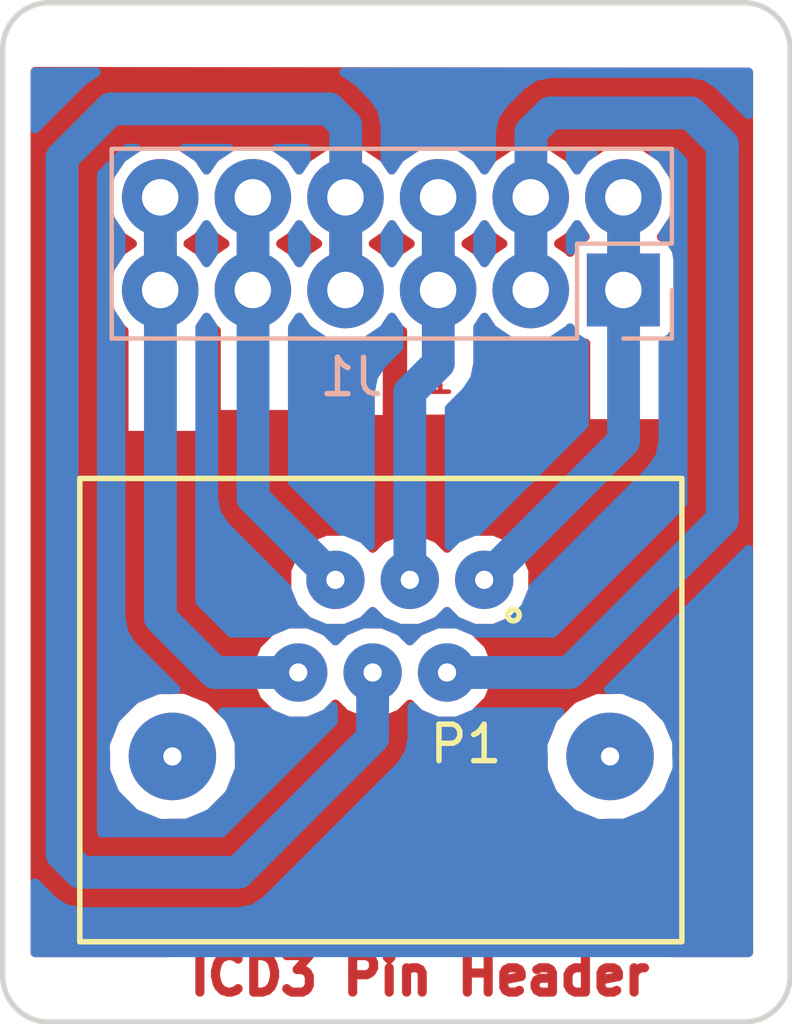
<source format=kicad_pcb>
(kicad_pcb (version 4) (host pcbnew 4.0.7)

  (general
    (links 12)
    (no_connects 0)
    (area 21.514999 16.434999 43.255001 44.525001)
    (thickness 1.6)
    (drawings 15)
    (tracks 34)
    (zones 0)
    (modules 2)
    (nets 7)
  )

  (page A4)
  (layers
    (0 F.Cu signal)
    (31 B.Cu signal)
    (32 B.Adhes user)
    (33 F.Adhes user)
    (34 B.Paste user)
    (35 F.Paste user)
    (36 B.SilkS user)
    (37 F.SilkS user)
    (38 B.Mask user)
    (39 F.Mask user)
    (40 Dwgs.User user)
    (41 Cmts.User user)
    (42 Eco1.User user)
    (43 Eco2.User user)
    (44 Edge.Cuts user)
    (45 Margin user)
    (46 B.CrtYd user)
    (47 F.CrtYd user)
    (48 B.Fab user)
    (49 F.Fab user)
  )

  (setup
    (last_trace_width 0.25)
    (user_trace_width 0.3)
    (user_trace_width 0.5)
    (user_trace_width 0.9)
    (user_trace_width 1)
    (user_trace_width 5)
    (user_trace_width 6)
    (user_trace_width 7)
    (user_trace_width 9)
    (trace_clearance 0.2)
    (zone_clearance 0.508)
    (zone_45_only no)
    (trace_min 0.2)
    (segment_width 0.2)
    (edge_width 0.15)
    (via_size 0.6)
    (via_drill 0.4)
    (via_min_size 0.4)
    (via_min_drill 0.3)
    (uvia_size 0.3)
    (uvia_drill 0.1)
    (uvias_allowed no)
    (uvia_min_size 0.2)
    (uvia_min_drill 0.1)
    (pcb_text_width 0.3)
    (pcb_text_size 1.5 1.5)
    (mod_edge_width 0.15)
    (mod_text_size 1 1)
    (mod_text_width 0.15)
    (pad_size 1.6 1.6)
    (pad_drill 0.5)
    (pad_to_mask_clearance 0.2)
    (aux_axis_origin 44.45 16.51)
    (visible_elements 7FFFFFFF)
    (pcbplotparams
      (layerselection 0x310f0_80000001)
      (usegerberextensions true)
      (usegerberattributes true)
      (excludeedgelayer true)
      (linewidth 0.100000)
      (plotframeref false)
      (viasonmask false)
      (mode 1)
      (useauxorigin true)
      (hpglpennumber 1)
      (hpglpenspeed 20)
      (hpglpendiameter 15)
      (hpglpenoverlay 2)
      (psnegative false)
      (psa4output false)
      (plotreference false)
      (plotvalue false)
      (plotinvisibletext false)
      (padsonsilk false)
      (subtractmaskfromsilk false)
      (outputformat 1)
      (mirror false)
      (drillshape 0)
      (scaleselection 1)
      (outputdirectory ../gerber/))
  )

  (net 0 "")
  (net 1 pin5)
  (net 2 pin6)
  (net 3 pin4)
  (net 4 pin3)
  (net 5 pin2)
  (net 6 pin1)

  (net_class Default "This is the default net class."
    (clearance 0.2)
    (trace_width 0.25)
    (via_dia 0.6)
    (via_drill 0.4)
    (uvia_dia 0.3)
    (uvia_drill 0.1)
    (add_net pin1)
    (add_net pin2)
    (add_net pin3)
    (add_net pin4)
    (add_net pin5)
    (add_net pin6)
  )

  (module rj12connector:myRJ12 (layer F.Cu) (tedit 59D61294) (tstamp 59CCDEB6)
    (at 29.6926 34.86912)
    (path /59CCD932)
    (fp_text reference P1 (at 4.5974 1.96088) (layer F.SilkS)
      (effects (font (size 1 1) (thickness 0.15)))
    )
    (fp_text value RJ12_Housing (at 4.5974 4.50088) (layer F.Fab)
      (effects (font (size 1 1) (thickness 0.15)))
    )
    (fp_line (start -5.99 -5.32) (end -5.99 7.38) (layer F.SilkS) (width 0.15))
    (fp_line (start -5.99 7.38) (end 10.52 7.38) (layer F.SilkS) (width 0.15))
    (fp_line (start 10.52 7.38) (end 10.52 -5.32) (layer F.SilkS) (width 0.15))
    (fp_line (start 10.52 -5.32) (end -5.99 -5.32) (layer F.SilkS) (width 0.15))
    (fp_circle (center 5.9 -1.575) (end 6 -1.7) (layer F.SilkS) (width 0.15))
    (pad "" np_thru_hole circle (at 8.55 2.3) (size 2.4 2.4) (drill 0.5) (layers *.Cu *.Mask))
    (pad "" np_thru_hole circle (at -3.45 2.3) (size 2.4 2.4) (drill 0.5) (layers *.Cu *.Mask))
    (pad 1 thru_hole circle (at 5.1 -2.54) (size 1.6 1.6) (drill 0.5) (layers *.Cu *.Mask)
      (net 6 pin1))
    (pad 3 thru_hole circle (at 3.06 -2.54) (size 1.6 1.6) (drill 0.5) (layers *.Cu *.Mask)
      (net 4 pin3))
    (pad 5 thru_hole circle (at 1.02 -2.54) (size 1.6 1.6) (drill 0.5) (layers *.Cu *.Mask)
      (net 1 pin5))
    (pad 2 thru_hole circle (at 4.08 0) (size 1.6 1.6) (drill 0.5) (layers *.Cu *.Mask)
      (net 5 pin2))
    (pad 4 thru_hole circle (at 2.04 0) (size 1.6 1.6) (drill 0.5) (layers *.Cu *.Mask)
      (net 3 pin4))
    (pad 6 thru_hole circle (at 0 0) (size 1.6 1.6) (drill 0.5) (layers *.Cu *.Mask)
      (net 2 pin6))
  )

  (module Pin_Headers:Pin_Header_Straight_2x06_Pitch2.54mm (layer B.Cu) (tedit 59D61242) (tstamp 59CCDED4)
    (at 38.608 24.384 90)
    (descr "Through hole straight pin header, 2x06, 2.54mm pitch, double rows")
    (tags "Through hole pin header THT 2x06 2.54mm double row")
    (path /59CCD3BF)
    (fp_text reference J1 (at -2.386 -7.458 360) (layer B.SilkS)
      (effects (font (size 1 1) (thickness 0.15)) (justify mirror))
    )
    (fp_text value Conn_02x06_Top_Bottom (at 6.604 -5.588 180) (layer B.Fab) hide
      (effects (font (size 1 1) (thickness 0.15)) (justify mirror))
    )
    (fp_line (start 0 1.27) (end 3.81 1.27) (layer B.Fab) (width 0.1))
    (fp_line (start 3.81 1.27) (end 3.81 -13.97) (layer B.Fab) (width 0.1))
    (fp_line (start 3.81 -13.97) (end -1.27 -13.97) (layer B.Fab) (width 0.1))
    (fp_line (start -1.27 -13.97) (end -1.27 0) (layer B.Fab) (width 0.1))
    (fp_line (start -1.27 0) (end 0 1.27) (layer B.Fab) (width 0.1))
    (fp_line (start -1.33 -14.03) (end 3.87 -14.03) (layer B.SilkS) (width 0.12))
    (fp_line (start -1.33 -1.27) (end -1.33 -14.03) (layer B.SilkS) (width 0.12))
    (fp_line (start 3.87 1.33) (end 3.87 -14.03) (layer B.SilkS) (width 0.12))
    (fp_line (start -1.33 -1.27) (end 1.27 -1.27) (layer B.SilkS) (width 0.12))
    (fp_line (start 1.27 -1.27) (end 1.27 1.33) (layer B.SilkS) (width 0.12))
    (fp_line (start 1.27 1.33) (end 3.87 1.33) (layer B.SilkS) (width 0.12))
    (fp_line (start -1.33 0) (end -1.33 1.33) (layer B.SilkS) (width 0.12))
    (fp_line (start -1.33 1.33) (end 0 1.33) (layer B.SilkS) (width 0.12))
    (fp_line (start -1.8 1.8) (end -1.8 -14.5) (layer B.CrtYd) (width 0.05))
    (fp_line (start -1.8 -14.5) (end 4.35 -14.5) (layer B.CrtYd) (width 0.05))
    (fp_line (start 4.35 -14.5) (end 4.35 1.8) (layer B.CrtYd) (width 0.05))
    (fp_line (start 4.35 1.8) (end -1.8 1.8) (layer B.CrtYd) (width 0.05))
    (fp_text user %R (at 1.27 -6.35 360) (layer B.Fab)
      (effects (font (size 1 1) (thickness 0.15)) (justify mirror))
    )
    (pad 1 thru_hole rect (at 0 0 90) (size 2 2) (drill 1) (layers *.Cu *.Mask)
      (net 6 pin1))
    (pad 7 thru_hole oval (at 2.54 0 90) (size 2.1 2.1) (drill 1) (layers *.Cu *.Mask)
      (net 6 pin1))
    (pad 2 thru_hole oval (at 0 -2.54 90) (size 2.1 2.1) (drill 1) (layers *.Cu *.Mask)
      (net 5 pin2))
    (pad 8 thru_hole oval (at 2.54 -2.54 90) (size 2.1 2.1) (drill 1) (layers *.Cu *.Mask)
      (net 5 pin2))
    (pad 3 thru_hole oval (at 0 -5.08 90) (size 2.1 2.1) (drill 1) (layers *.Cu *.Mask)
      (net 4 pin3))
    (pad 9 thru_hole oval (at 2.54 -5.08 90) (size 2.1 2.1) (drill 1) (layers *.Cu *.Mask)
      (net 4 pin3))
    (pad 4 thru_hole oval (at 0 -7.62 90) (size 2.1 2.1) (drill 1) (layers *.Cu *.Mask)
      (net 3 pin4))
    (pad 10 thru_hole oval (at 2.54 -7.62 90) (size 2.1 2.1) (drill 1) (layers *.Cu *.Mask)
      (net 3 pin4))
    (pad 5 thru_hole oval (at 0 -10.16 90) (size 2.1 2.1) (drill 1) (layers *.Cu *.Mask)
      (net 1 pin5))
    (pad 11 thru_hole oval (at 2.54 -10.16 90) (size 2.1 2.1) (drill 1) (layers *.Cu *.Mask)
      (net 1 pin5))
    (pad 6 thru_hole oval (at 0 -12.7 90) (size 2.1 2.1) (drill 1) (layers *.Cu *.Mask)
      (net 2 pin6))
    (pad 12 thru_hole oval (at 2.54 -12.7 90) (size 2.1 2.1) (drill 1) (layers *.Cu *.Mask)
      (net 2 pin6))
    (model ${KISYS3DMOD}/Pin_Headers.3dshapes/Pin_Header_Straight_2x06_Pitch2.54mm.wrl
      (at (xyz 0 0 0))
      (scale (xyz 1 1 1))
      (rotate (xyz 0 0 0))
    )
  )

  (gr_text MCLR (at 25.96 26.75 90) (layer F.Cu)
    (effects (font (size 0.5 0.5) (thickness 0.125)))
  )
  (gr_text VDD (at 28.49 26.45 90) (layer F.Cu)
    (effects (font (size 0.5 0.5) (thickness 0.125)))
  )
  (gr_text GND (at 31.04 26.54 90) (layer F.Cu)
    (effects (font (size 0.5 0.5) (thickness 0.125)))
  )
  (gr_text PGD (at 33.6 26.54 90) (layer F.Cu)
    (effects (font (size 0.5 0.5) (thickness 0.125)))
  )
  (gr_text PGC (at 36.22 26.63 90) (layer F.Cu)
    (effects (font (size 0.5 0.5) (thickness 0.125)))
  )
  (gr_text PGM (at 38.62 26.63 90) (layer F.Cu)
    (effects (font (size 0.5 0.5) (thickness 0.125)))
  )
  (gr_text "ICD3 Pin Header" (at 33.02 43.18) (layer F.Cu)
    (effects (font (size 1 1) (thickness 0.25)))
  )
  (gr_line (start 22.86 44.45) (end 41.91 44.45) (angle 90) (layer Edge.Cuts) (width 0.15))
  (gr_line (start 21.59 17.78) (end 21.59 43.18) (angle 90) (layer Edge.Cuts) (width 0.15))
  (gr_line (start 41.91 16.51) (end 22.86 16.51) (angle 90) (layer Edge.Cuts) (width 0.15))
  (gr_line (start 43.18 43.18) (end 43.18 17.78) (angle 90) (layer Edge.Cuts) (width 0.15))
  (gr_arc (start 41.91 43.18) (end 43.18 43.18) (angle 90) (layer Edge.Cuts) (width 0.15))
  (gr_arc (start 22.86 43.18) (end 22.86 44.45) (angle 90) (layer Edge.Cuts) (width 0.15))
  (gr_arc (start 41.91 17.78) (end 41.91 16.51) (angle 90) (layer Edge.Cuts) (width 0.15))
  (gr_arc (start 22.86 17.78) (end 21.59 17.78) (angle 90) (layer Edge.Cuts) (width 0.15))

  (segment (start 28.45308 22.15642) (end 28.45308 24.69642) (width 0.9) (layer B.Cu) (net 1))
  (segment (start 30.7126 32.32912) (end 30.69082 32.32912) (width 0.9) (layer F.Cu) (net 1))
  (segment (start 30.69082 32.32912) (end 28.45308 30.09138) (width 0.9) (layer B.Cu) (net 1) (tstamp 59CCE157))
  (segment (start 28.45308 30.09138) (end 28.45308 22.15642) (width 0.9) (layer B.Cu) (net 1) (tstamp 59CCE158))
  (segment (start 25.91308 22.15642) (end 25.91308 24.69642) (width 0.9) (layer B.Cu) (net 2))
  (segment (start 29.6926 34.86912) (end 27.40914 34.86912) (width 0.9) (layer B.Cu) (net 2))
  (segment (start 25.91308 33.37306) (end 25.91308 22.15642) (width 0.9) (layer B.Cu) (net 2) (tstamp 59CCE140))
  (segment (start 27.40914 34.86912) (end 25.91308 33.37306) (width 0.9) (layer B.Cu) (net 2) (tstamp 59CCE13F))
  (segment (start 30.99308 22.15642) (end 30.99308 24.69642) (width 0.9) (layer B.Cu) (net 3))
  (segment (start 31.7326 34.86912) (end 31.7326 36.66452) (width 0.9) (layer B.Cu) (net 3))
  (segment (start 30.99308 19.87296) (end 30.99308 24.69642) (width 0.9) (layer B.Cu) (net 3) (tstamp 59CCE153))
  (segment (start 30.53842 19.4183) (end 30.99308 19.87296) (width 0.9) (layer B.Cu) (net 3) (tstamp 59CCE152))
  (segment (start 24.55926 19.4183) (end 30.53842 19.4183) (width 0.9) (layer B.Cu) (net 3) (tstamp 59CCE151))
  (segment (start 23.21814 20.75942) (end 24.55926 19.4183) (width 0.9) (layer B.Cu) (net 3) (tstamp 59CCE150))
  (segment (start 23.21814 39.84244) (end 23.21814 20.75942) (width 0.9) (layer B.Cu) (net 3) (tstamp 59CCE14F))
  (segment (start 23.72106 40.34536) (end 23.21814 39.84244) (width 0.9) (layer B.Cu) (net 3) (tstamp 59CCE14E))
  (segment (start 28.05176 40.34536) (end 23.72106 40.34536) (width 0.9) (layer B.Cu) (net 3) (tstamp 59CCE14C))
  (segment (start 31.7326 36.66452) (end 28.05176 40.34536) (width 0.9) (layer B.Cu) (net 3) (tstamp 59CCE14B))
  (segment (start 33.53308 22.15642) (end 33.53308 24.69642) (width 0.9) (layer B.Cu) (net 4))
  (segment (start 32.7526 32.32912) (end 32.7526 27.1787) (width 0.9) (layer B.Cu) (net 4))
  (segment (start 33.53308 26.39822) (end 33.53308 22.15642) (width 0.9) (layer B.Cu) (net 4) (tstamp 59CCE137))
  (segment (start 32.7526 27.1787) (end 33.53308 26.39822) (width 0.9) (layer B.Cu) (net 4) (tstamp 59CCE136))
  (segment (start 36.07308 22.15642) (end 36.07308 24.69642) (width 0.9) (layer B.Cu) (net 5))
  (segment (start 33.7726 34.86912) (end 37.13226 34.86912) (width 0.9) (layer B.Cu) (net 5))
  (segment (start 36.07308 20.05838) (end 36.07308 24.69642) (width 0.9) (layer B.Cu) (net 5) (tstamp 59CCE132))
  (segment (start 36.6014 19.53006) (end 36.07308 20.05838) (width 0.9) (layer B.Cu) (net 5) (tstamp 59CCE131))
  (segment (start 40.45712 19.53006) (end 36.6014 19.53006) (width 0.9) (layer B.Cu) (net 5) (tstamp 59CCE130))
  (segment (start 41.32326 20.3962) (end 40.45712 19.53006) (width 0.9) (layer B.Cu) (net 5) (tstamp 59CCE12F))
  (segment (start 41.32326 30.67812) (end 41.32326 20.3962) (width 0.9) (layer B.Cu) (net 5) (tstamp 59CCE12D))
  (segment (start 37.13226 34.86912) (end 41.32326 30.67812) (width 0.9) (layer B.Cu) (net 5) (tstamp 59CCE12C))
  (segment (start 38.61308 22.15642) (end 38.61308 24.69642) (width 0.9) (layer B.Cu) (net 6))
  (segment (start 34.7926 32.32912) (end 34.8107 32.32912) (width 0.25) (layer F.Cu) (net 6))
  (segment (start 34.8107 32.32912) (end 38.61308 28.52674) (width 0.9) (layer B.Cu) (net 6) (tstamp 59CCE126))
  (segment (start 38.61308 28.52674) (end 38.61308 22.15642) (width 0.9) (layer B.Cu) (net 6) (tstamp 59CCE127))

  (zone (net 0) (net_name "") (layer B.Cu) (tstamp 0) (hatch edge 0.508)
    (connect_pads (clearance 0.508))
    (min_thickness 0.254)
    (fill yes (arc_segments 16) (thermal_gap 0.508) (thermal_bridge_width 0.508))
    (polygon
      (pts
        (xy 22.352 18.288) (xy 42.164 18.288) (xy 42.164 42.672) (xy 22.352 42.672)
      )
    )
    (filled_polygon
      (pts
        (xy 42.037 42.545) (xy 22.479 42.545) (xy 22.479 40.637722) (xy 22.953849 41.112571) (xy 23.305848 41.347769)
        (xy 23.72106 41.43036) (xy 28.05176 41.43036) (xy 28.466972 41.347769) (xy 28.818971 41.112571) (xy 32.499811 37.431731)
        (xy 32.73501 37.079731) (xy 32.8176 36.66452) (xy 32.8176 35.802077) (xy 33.015396 36.000218) (xy 33.505887 36.203888)
        (xy 34.036983 36.204351) (xy 34.527829 36.001538) (xy 34.57533 35.95412) (xy 36.862373 35.95412) (xy 36.68787 36.128319)
        (xy 36.670953 36.169059) (xy 36.657812 36.174685) (xy 36.537498 36.490455) (xy 36.407919 36.802515) (xy 36.407894 36.830605)
        (xy 36.397893 36.856854) (xy 36.407577 37.19462) (xy 36.407282 37.532523) (xy 36.418009 37.558484) (xy 36.418814 37.586563)
        (xy 36.657812 38.163555) (xy 36.670212 38.168864) (xy 36.686055 38.207206) (xy 37.201799 38.72385) (xy 37.242539 38.740767)
        (xy 37.248165 38.753908) (xy 37.563935 38.874222) (xy 37.875995 39.003801) (xy 37.904085 39.003826) (xy 37.930334 39.013827)
        (xy 38.2681 39.004143) (xy 38.606003 39.004438) (xy 38.631964 38.993711) (xy 38.660043 38.992906) (xy 39.237035 38.753908)
        (xy 39.242344 38.741508) (xy 39.280686 38.725665) (xy 39.79733 38.209921) (xy 39.814247 38.169181) (xy 39.827388 38.163555)
        (xy 39.947702 37.847785) (xy 40.077281 37.535725) (xy 40.077306 37.507635) (xy 40.087307 37.481386) (xy 40.077623 37.14362)
        (xy 40.077918 36.805717) (xy 40.067191 36.779756) (xy 40.066386 36.751677) (xy 39.827388 36.174685) (xy 39.814988 36.169376)
        (xy 39.799145 36.131034) (xy 39.283401 35.61439) (xy 39.242661 35.597473) (xy 39.237035 35.584332) (xy 38.921265 35.464018)
        (xy 38.609205 35.334439) (xy 38.581115 35.334414) (xy 38.554866 35.324413) (xy 38.2171 35.334097) (xy 38.201719 35.334083)
        (xy 42.037 31.498802)
      )
    )
    (filled_polygon
      (pts
        (xy 24.857946 20.764853) (xy 24.536039 21.246622) (xy 24.423 21.814907) (xy 24.423 21.873093) (xy 24.536039 22.441378)
        (xy 24.82808 22.878449) (xy 24.82808 23.349551) (xy 24.536039 23.786622) (xy 24.423 24.354907) (xy 24.423 24.413093)
        (xy 24.536039 24.981378) (xy 24.82808 25.418449) (xy 24.82808 33.37306) (xy 24.910671 33.788272) (xy 25.145869 34.140271)
        (xy 26.336278 35.33068) (xy 26.2171 35.334097) (xy 25.879197 35.333802) (xy 25.853236 35.344529) (xy 25.825157 35.345334)
        (xy 25.248165 35.584332) (xy 25.242856 35.596732) (xy 25.204514 35.612575) (xy 24.68787 36.128319) (xy 24.670953 36.169059)
        (xy 24.657812 36.174685) (xy 24.537498 36.490455) (xy 24.407919 36.802515) (xy 24.407894 36.830605) (xy 24.397893 36.856854)
        (xy 24.407577 37.19462) (xy 24.407282 37.532523) (xy 24.418009 37.558484) (xy 24.418814 37.586563) (xy 24.657812 38.163555)
        (xy 24.670212 38.168864) (xy 24.686055 38.207206) (xy 25.201799 38.72385) (xy 25.242539 38.740767) (xy 25.248165 38.753908)
        (xy 25.563935 38.874222) (xy 25.875995 39.003801) (xy 25.904085 39.003826) (xy 25.930334 39.013827) (xy 26.2681 39.004143)
        (xy 26.606003 39.004438) (xy 26.631964 38.993711) (xy 26.660043 38.992906) (xy 27.237035 38.753908) (xy 27.242344 38.741508)
        (xy 27.280686 38.725665) (xy 27.79733 38.209921) (xy 27.814247 38.169181) (xy 27.827388 38.163555) (xy 27.947702 37.847785)
        (xy 28.077281 37.535725) (xy 28.077306 37.507635) (xy 28.087307 37.481386) (xy 28.077623 37.14362) (xy 28.077918 36.805717)
        (xy 28.067191 36.779756) (xy 28.066386 36.751677) (xy 27.827388 36.174685) (xy 27.814988 36.169376) (xy 27.799145 36.131034)
        (xy 27.622539 35.95412) (xy 28.889378 35.95412) (xy 28.935396 36.000218) (xy 29.425887 36.203888) (xy 29.956983 36.204351)
        (xy 30.447829 36.001538) (xy 30.6476 35.802115) (xy 30.6476 36.215098) (xy 27.602338 39.26036) (xy 24.30314 39.26036)
        (xy 24.30314 21.208842) (xy 25.008682 20.5033) (xy 25.249389 20.5033)
      )
    )
    (filled_polygon
      (pts
        (xy 40.23826 20.845622) (xy 40.23826 30.228698) (xy 36.682838 33.78412) (xy 34.575822 33.78412) (xy 34.529804 33.738022)
        (xy 34.039313 33.534352) (xy 33.508217 33.533889) (xy 33.017371 33.736702) (xy 32.752467 34.001144) (xy 32.489804 33.738022)
        (xy 31.999313 33.534352) (xy 31.468217 33.533889) (xy 30.977371 33.736702) (xy 30.712467 34.001144) (xy 30.449804 33.738022)
        (xy 29.959313 33.534352) (xy 29.428217 33.533889) (xy 28.937371 33.736702) (xy 28.88987 33.78412) (xy 27.858562 33.78412)
        (xy 26.99808 32.923638) (xy 26.99808 25.403244) (xy 27.178 25.133974) (xy 27.36808 25.418449) (xy 27.36808 30.09138)
        (xy 27.450671 30.506592) (xy 27.685869 30.858591) (xy 29.377407 32.550129) (xy 29.377369 32.593503) (xy 29.580182 33.084349)
        (xy 29.955396 33.460218) (xy 30.445887 33.663888) (xy 30.976983 33.664351) (xy 31.467829 33.461538) (xy 31.732733 33.197096)
        (xy 31.995396 33.460218) (xy 32.485887 33.663888) (xy 33.016983 33.664351) (xy 33.507829 33.461538) (xy 33.772733 33.197096)
        (xy 34.035396 33.460218) (xy 34.525887 33.663888) (xy 35.056983 33.664351) (xy 35.547829 33.461538) (xy 35.923698 33.086324)
        (xy 36.127368 32.595833) (xy 36.127411 32.546831) (xy 39.380291 29.293951) (xy 39.517254 29.088971) (xy 39.615489 28.941952)
        (xy 39.69808 28.52674) (xy 39.69808 25.834097) (xy 39.909441 25.69809) (xy 40.054431 25.48589) (xy 40.10544 25.234)
        (xy 40.10544 23.534) (xy 40.061162 23.298683) (xy 39.92209 23.082559) (xy 39.70989 22.937569) (xy 39.69808 22.935177)
        (xy 39.69808 22.863244) (xy 39.979961 22.441378) (xy 40.093 21.873093) (xy 40.093 21.814907) (xy 39.979961 21.246622)
        (xy 39.658054 20.764853) (xy 39.433872 20.61506) (xy 40.007698 20.61506)
      )
    )
    (filled_polygon
      (pts
        (xy 32.44808 25.418449) (xy 32.44808 25.948798) (xy 31.985389 26.411489) (xy 31.750191 26.763488) (xy 31.6676 27.1787)
        (xy 31.6676 31.396163) (xy 31.469804 31.198022) (xy 30.979313 30.994352) (xy 30.890396 30.994274) (xy 29.53808 29.641958)
        (xy 29.53808 25.403244) (xy 29.718 25.133974) (xy 29.937946 25.463147) (xy 30.419715 25.785054) (xy 30.988 25.898093)
        (xy 31.556285 25.785054) (xy 32.038054 25.463147) (xy 32.258 25.133974)
      )
    )
    (filled_polygon
      (pts
        (xy 35.017946 25.463147) (xy 35.499715 25.785054) (xy 36.068 25.898093) (xy 36.636285 25.785054) (xy 37.118054 25.463147)
        (xy 37.14585 25.421548) (xy 37.154838 25.469317) (xy 37.29391 25.685441) (xy 37.50611 25.830431) (xy 37.52808 25.83488)
        (xy 37.52808 28.077318) (xy 34.611436 30.993962) (xy 34.528217 30.993889) (xy 34.037371 31.196702) (xy 33.8376 31.396125)
        (xy 33.8376 27.628122) (xy 34.300291 27.165431) (xy 34.535489 26.813432) (xy 34.61808 26.39822) (xy 34.61808 25.403244)
        (xy 34.798 25.133974)
      )
    )
    (filled_polygon
      (pts
        (xy 32.44808 22.878449) (xy 32.44808 23.349551) (xy 32.258 23.634026) (xy 32.07808 23.364756) (xy 32.07808 22.863244)
        (xy 32.258 22.593974)
      )
    )
    (filled_polygon
      (pts
        (xy 34.98808 22.878449) (xy 34.98808 23.349551) (xy 34.798 23.634026) (xy 34.61808 23.364756) (xy 34.61808 22.863244)
        (xy 34.798 22.593974)
      )
    )
    (filled_polygon
      (pts
        (xy 29.90808 22.878449) (xy 29.90808 23.349551) (xy 29.718 23.634026) (xy 29.53808 23.364756) (xy 29.53808 22.863244)
        (xy 29.718 22.593974)
      )
    )
    (filled_polygon
      (pts
        (xy 27.36808 22.878449) (xy 27.36808 23.349551) (xy 27.178 23.634026) (xy 26.99808 23.364756) (xy 26.99808 22.863244)
        (xy 27.178 22.593974)
      )
    )
    (filled_polygon
      (pts
        (xy 37.52808 22.878449) (xy 37.52808 22.929822) (xy 37.522683 22.930838) (xy 37.306559 23.06991) (xy 37.161569 23.28211)
        (xy 37.15808 23.299339) (xy 37.15808 22.863244) (xy 37.338 22.593974)
      )
    )
    (filled_polygon
      (pts
        (xy 42.037 19.575518) (xy 41.224331 18.762849) (xy 41.05707 18.651089) (xy 40.872332 18.527651) (xy 40.45712 18.44506)
        (xy 36.6014 18.44506) (xy 36.186188 18.527651) (xy 36.00145 18.651089) (xy 35.834189 18.762849) (xy 35.305869 19.291169)
        (xy 35.070671 19.643168) (xy 34.98808 20.05838) (xy 34.98808 20.809551) (xy 34.798 21.094026) (xy 34.578054 20.764853)
        (xy 34.096285 20.442946) (xy 33.528 20.329907) (xy 32.959715 20.442946) (xy 32.477946 20.764853) (xy 32.258 21.094026)
        (xy 32.07808 20.824756) (xy 32.07808 19.87296) (xy 31.995489 19.457748) (xy 31.760291 19.105749) (xy 31.305631 18.651089)
        (xy 30.953632 18.415891) (xy 30.949153 18.415) (xy 42.037 18.415)
      )
    )
    (filled_polygon
      (pts
        (xy 27.397946 20.764853) (xy 27.178 21.094026) (xy 26.958054 20.764853) (xy 26.566611 20.5033) (xy 27.789389 20.5033)
      )
    )
    (filled_polygon
      (pts
        (xy 29.90808 20.809551) (xy 29.718 21.094026) (xy 29.498054 20.764853) (xy 29.106611 20.5033) (xy 29.90808 20.5033)
      )
    )
    (filled_polygon
      (pts
        (xy 37.557946 20.764853) (xy 37.338 21.094026) (xy 37.15808 20.824756) (xy 37.15808 20.61506) (xy 37.782128 20.61506)
      )
    )
    (filled_polygon
      (pts
        (xy 24.144048 18.415891) (xy 23.792049 18.651089) (xy 22.479 19.964138) (xy 22.479 18.415) (xy 24.148527 18.415)
      )
    )
  )
  (zone (net 0) (net_name "") (layer F.Cu) (tstamp 0) (hatch edge 0.508)
    (connect_pads (clearance 0.508))
    (min_thickness 0.254)
    (fill yes (arc_segments 16) (thermal_gap 0.508) (thermal_bridge_width 0.508))
    (polygon
      (pts
        (xy 22.28 18.27) (xy 42.164 18.288) (xy 42.164 42.672) (xy 22.352 42.672) (xy 22.352 18.288)
        (xy 22.352 18.288)
      )
    )
    (filled_polygon
      (pts
        (xy 42.037 18.414885) (xy 42.037 42.545) (xy 39.916905 42.545) (xy 39.916905 41.72) (xy 26.123095 41.72)
        (xy 26.123095 42.545) (xy 22.479 42.545) (xy 22.479 36.856854) (xy 24.397893 36.856854) (xy 24.407577 37.19462)
        (xy 24.407282 37.532523) (xy 24.418009 37.558484) (xy 24.418814 37.586563) (xy 24.657812 38.163555) (xy 24.670212 38.168864)
        (xy 24.686055 38.207206) (xy 25.201799 38.72385) (xy 25.242539 38.740767) (xy 25.248165 38.753908) (xy 25.563935 38.874222)
        (xy 25.875995 39.003801) (xy 25.904085 39.003826) (xy 25.930334 39.013827) (xy 26.2681 39.004143) (xy 26.606003 39.004438)
        (xy 26.631964 38.993711) (xy 26.660043 38.992906) (xy 27.237035 38.753908) (xy 27.242344 38.741508) (xy 27.280686 38.725665)
        (xy 27.79733 38.209921) (xy 27.814247 38.169181) (xy 27.827388 38.163555) (xy 27.947702 37.847785) (xy 28.077281 37.535725)
        (xy 28.077306 37.507635) (xy 28.087307 37.481386) (xy 28.077623 37.14362) (xy 28.077873 36.856854) (xy 36.397893 36.856854)
        (xy 36.407577 37.19462) (xy 36.407282 37.532523) (xy 36.418009 37.558484) (xy 36.418814 37.586563) (xy 36.657812 38.163555)
        (xy 36.670212 38.168864) (xy 36.686055 38.207206) (xy 37.201799 38.72385) (xy 37.242539 38.740767) (xy 37.248165 38.753908)
        (xy 37.563935 38.874222) (xy 37.875995 39.003801) (xy 37.904085 39.003826) (xy 37.930334 39.013827) (xy 38.2681 39.004143)
        (xy 38.606003 39.004438) (xy 38.631964 38.993711) (xy 38.660043 38.992906) (xy 39.237035 38.753908) (xy 39.242344 38.741508)
        (xy 39.280686 38.725665) (xy 39.79733 38.209921) (xy 39.814247 38.169181) (xy 39.827388 38.163555) (xy 39.947702 37.847785)
        (xy 40.077281 37.535725) (xy 40.077306 37.507635) (xy 40.087307 37.481386) (xy 40.077623 37.14362) (xy 40.077918 36.805717)
        (xy 40.067191 36.779756) (xy 40.066386 36.751677) (xy 39.827388 36.174685) (xy 39.814988 36.169376) (xy 39.799145 36.131034)
        (xy 39.283401 35.61439) (xy 39.242661 35.597473) (xy 39.237035 35.584332) (xy 38.921265 35.464018) (xy 38.609205 35.334439)
        (xy 38.581115 35.334414) (xy 38.554866 35.324413) (xy 38.2171 35.334097) (xy 37.879197 35.333802) (xy 37.853236 35.344529)
        (xy 37.825157 35.345334) (xy 37.248165 35.584332) (xy 37.242856 35.596732) (xy 37.204514 35.612575) (xy 36.68787 36.128319)
        (xy 36.670953 36.169059) (xy 36.657812 36.174685) (xy 36.537498 36.490455) (xy 36.407919 36.802515) (xy 36.407894 36.830605)
        (xy 36.397893 36.856854) (xy 28.077873 36.856854) (xy 28.077918 36.805717) (xy 28.067191 36.779756) (xy 28.066386 36.751677)
        (xy 27.827388 36.174685) (xy 27.814988 36.169376) (xy 27.799145 36.131034) (xy 27.283401 35.61439) (xy 27.242661 35.597473)
        (xy 27.237035 35.584332) (xy 26.921265 35.464018) (xy 26.609205 35.334439) (xy 26.581115 35.334414) (xy 26.554866 35.324413)
        (xy 26.2171 35.334097) (xy 25.879197 35.333802) (xy 25.853236 35.344529) (xy 25.825157 35.345334) (xy 25.248165 35.584332)
        (xy 25.242856 35.596732) (xy 25.204514 35.612575) (xy 24.68787 36.128319) (xy 24.670953 36.169059) (xy 24.657812 36.174685)
        (xy 24.537498 36.490455) (xy 24.407919 36.802515) (xy 24.407894 36.830605) (xy 24.397893 36.856854) (xy 22.479 36.856854)
        (xy 22.479 35.133503) (xy 28.357369 35.133503) (xy 28.560182 35.624349) (xy 28.935396 36.000218) (xy 29.425887 36.203888)
        (xy 29.956983 36.204351) (xy 30.447829 36.001538) (xy 30.712733 35.737096) (xy 30.975396 36.000218) (xy 31.465887 36.203888)
        (xy 31.996983 36.204351) (xy 32.487829 36.001538) (xy 32.752733 35.737096) (xy 33.015396 36.000218) (xy 33.505887 36.203888)
        (xy 34.036983 36.204351) (xy 34.527829 36.001538) (xy 34.903698 35.626324) (xy 35.107368 35.135833) (xy 35.107831 34.604737)
        (xy 34.905018 34.113891) (xy 34.529804 33.738022) (xy 34.039313 33.534352) (xy 33.508217 33.533889) (xy 33.017371 33.736702)
        (xy 32.752467 34.001144) (xy 32.489804 33.738022) (xy 31.999313 33.534352) (xy 31.468217 33.533889) (xy 30.977371 33.736702)
        (xy 30.712467 34.001144) (xy 30.449804 33.738022) (xy 29.959313 33.534352) (xy 29.428217 33.533889) (xy 28.937371 33.736702)
        (xy 28.561502 34.111916) (xy 28.357832 34.602407) (xy 28.357369 35.133503) (xy 22.479 35.133503) (xy 22.479 32.593503)
        (xy 29.377369 32.593503) (xy 29.580182 33.084349) (xy 29.955396 33.460218) (xy 30.445887 33.663888) (xy 30.976983 33.664351)
        (xy 31.467829 33.461538) (xy 31.732733 33.197096) (xy 31.995396 33.460218) (xy 32.485887 33.663888) (xy 33.016983 33.664351)
        (xy 33.507829 33.461538) (xy 33.772733 33.197096) (xy 34.035396 33.460218) (xy 34.525887 33.663888) (xy 35.056983 33.664351)
        (xy 35.547829 33.461538) (xy 35.923698 33.086324) (xy 36.127368 32.595833) (xy 36.127831 32.064737) (xy 35.925018 31.573891)
        (xy 35.549804 31.198022) (xy 35.059313 30.994352) (xy 34.528217 30.993889) (xy 34.037371 31.196702) (xy 33.772467 31.461144)
        (xy 33.509804 31.198022) (xy 33.019313 30.994352) (xy 32.488217 30.993889) (xy 31.997371 31.196702) (xy 31.732467 31.461144)
        (xy 31.469804 31.198022) (xy 30.979313 30.994352) (xy 30.448217 30.993889) (xy 29.957371 31.196702) (xy 29.581502 31.571916)
        (xy 29.377832 32.062407) (xy 29.377369 32.593503) (xy 22.479 32.593503) (xy 22.479 21.814907) (xy 24.423 21.814907)
        (xy 24.423 21.873093) (xy 24.536039 22.441378) (xy 24.857946 22.923147) (xy 25.143578 23.114) (xy 24.857946 23.304853)
        (xy 24.536039 23.786622) (xy 24.423 24.354907) (xy 24.423 24.413093) (xy 24.536039 24.981378) (xy 24.857946 25.463147)
        (xy 24.9125 25.499599) (xy 24.9125 28.373095) (xy 27.0575 28.373095) (xy 27.0575 25.314315) (xy 27.178 25.133974)
        (xy 27.397946 25.463147) (xy 27.4425 25.492917) (xy 27.4425 27.799285) (xy 29.5875 27.799285) (xy 29.5875 25.329281)
        (xy 29.718 25.133974) (xy 29.937946 25.463147) (xy 29.9925 25.499599) (xy 29.9925 27.936905) (xy 32.1375 27.936905)
        (xy 32.1375 25.314315) (xy 32.258 25.133974) (xy 32.477946 25.463147) (xy 32.5525 25.512962) (xy 32.5525 27.925)
        (xy 34.6975 27.925) (xy 34.6975 25.284383) (xy 34.798 25.133974) (xy 35.017946 25.463147) (xy 35.1725 25.566416)
        (xy 35.1725 28.015) (xy 37.3175 28.015) (xy 37.3175 25.701559) (xy 37.50611 25.830431) (xy 37.5725 25.843875)
        (xy 37.5725 28.050714) (xy 39.7175 28.050714) (xy 39.7175 25.821601) (xy 39.909441 25.69809) (xy 40.054431 25.48589)
        (xy 40.10544 25.234) (xy 40.10544 23.534) (xy 40.061162 23.298683) (xy 39.92209 23.082559) (xy 39.70989 22.937569)
        (xy 39.653546 22.926159) (xy 39.658054 22.923147) (xy 39.979961 22.441378) (xy 40.093 21.873093) (xy 40.093 21.814907)
        (xy 39.979961 21.246622) (xy 39.658054 20.764853) (xy 39.176285 20.442946) (xy 38.608 20.329907) (xy 38.039715 20.442946)
        (xy 37.557946 20.764853) (xy 37.338 21.094026) (xy 37.118054 20.764853) (xy 36.636285 20.442946) (xy 36.068 20.329907)
        (xy 35.499715 20.442946) (xy 35.017946 20.764853) (xy 34.798 21.094026) (xy 34.578054 20.764853) (xy 34.096285 20.442946)
        (xy 33.528 20.329907) (xy 32.959715 20.442946) (xy 32.477946 20.764853) (xy 32.258 21.094026) (xy 32.038054 20.764853)
        (xy 31.556285 20.442946) (xy 30.988 20.329907) (xy 30.419715 20.442946) (xy 29.937946 20.764853) (xy 29.718 21.094026)
        (xy 29.498054 20.764853) (xy 29.016285 20.442946) (xy 28.448 20.329907) (xy 27.879715 20.442946) (xy 27.397946 20.764853)
        (xy 27.178 21.094026) (xy 26.958054 20.764853) (xy 26.476285 20.442946) (xy 25.908 20.329907) (xy 25.339715 20.442946)
        (xy 24.857946 20.764853) (xy 24.536039 21.246622) (xy 24.423 21.814907) (xy 22.479 21.814907) (xy 22.479 18.39718)
      )
    )
    (filled_polygon
      (pts
        (xy 35.017946 22.923147) (xy 35.303578 23.114) (xy 35.017946 23.304853) (xy 34.798 23.634026) (xy 34.578054 23.304853)
        (xy 34.292422 23.114) (xy 34.578054 22.923147) (xy 34.798 22.593974)
      )
    )
    (filled_polygon
      (pts
        (xy 32.477946 22.923147) (xy 32.763578 23.114) (xy 32.477946 23.304853) (xy 32.258 23.634026) (xy 32.038054 23.304853)
        (xy 31.752422 23.114) (xy 32.038054 22.923147) (xy 32.258 22.593974)
      )
    )
    (filled_polygon
      (pts
        (xy 29.937946 22.923147) (xy 30.223578 23.114) (xy 29.937946 23.304853) (xy 29.718 23.634026) (xy 29.498054 23.304853)
        (xy 29.212422 23.114) (xy 29.498054 22.923147) (xy 29.718 22.593974)
      )
    )
    (filled_polygon
      (pts
        (xy 27.397946 22.923147) (xy 27.683578 23.114) (xy 27.397946 23.304853) (xy 27.178 23.634026) (xy 26.958054 23.304853)
        (xy 26.672422 23.114) (xy 26.958054 22.923147) (xy 27.178 22.593974)
      )
    )
    (filled_polygon
      (pts
        (xy 37.557946 22.923147) (xy 37.559179 22.923971) (xy 37.522683 22.930838) (xy 37.306559 23.06991) (xy 37.161569 23.28211)
        (xy 37.147914 23.349541) (xy 37.118054 23.304853) (xy 36.832422 23.114) (xy 37.118054 22.923147) (xy 37.338 22.593974)
      )
    )
  )
)

</source>
